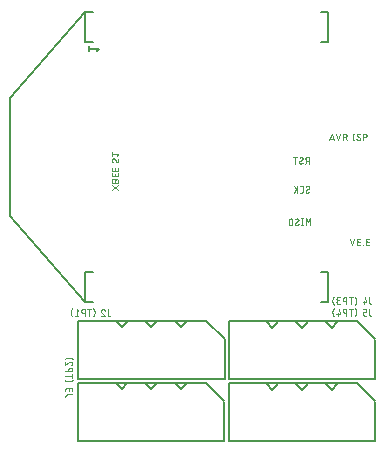
<source format=gbr>
G04 EAGLE Gerber X2 export*
%TF.Part,Single*%
%TF.FileFunction,Legend,Bot,1*%
%TF.FilePolarity,Positive*%
%TF.GenerationSoftware,Autodesk,EAGLE,9.1.3*%
%TF.CreationDate,2018-09-23T19:11:10Z*%
G75*
%MOMM*%
%FSLAX34Y34*%
%LPD*%
%AMOC8*
5,1,8,0,0,1.08239X$1,22.5*%
G01*
%ADD10C,0.050800*%
%ADD11C,0.203200*%


D10*
X309317Y168834D02*
X307765Y168834D01*
X307688Y168836D01*
X307610Y168842D01*
X307534Y168851D01*
X307457Y168865D01*
X307382Y168882D01*
X307308Y168903D01*
X307234Y168928D01*
X307162Y168956D01*
X307092Y168988D01*
X307023Y169023D01*
X306956Y169062D01*
X306891Y169104D01*
X306828Y169149D01*
X306767Y169197D01*
X306709Y169248D01*
X306654Y169302D01*
X306601Y169359D01*
X306552Y169418D01*
X306505Y169480D01*
X306461Y169544D01*
X306421Y169610D01*
X306384Y169678D01*
X306350Y169748D01*
X306320Y169819D01*
X306294Y169892D01*
X306271Y169966D01*
X306252Y170041D01*
X306237Y170116D01*
X306225Y170193D01*
X306217Y170270D01*
X306213Y170347D01*
X306213Y170425D01*
X306217Y170502D01*
X306225Y170579D01*
X306237Y170656D01*
X306252Y170731D01*
X306271Y170806D01*
X306294Y170880D01*
X306320Y170953D01*
X306350Y171024D01*
X306384Y171094D01*
X306421Y171162D01*
X306461Y171228D01*
X306505Y171292D01*
X306552Y171354D01*
X306601Y171413D01*
X306654Y171470D01*
X306709Y171524D01*
X306767Y171575D01*
X306828Y171623D01*
X306891Y171668D01*
X306956Y171710D01*
X307023Y171749D01*
X307092Y171784D01*
X307162Y171816D01*
X307234Y171844D01*
X307308Y171869D01*
X307382Y171890D01*
X307457Y171907D01*
X307534Y171921D01*
X307610Y171930D01*
X307688Y171936D01*
X307765Y171938D01*
X307454Y174422D02*
X309317Y174422D01*
X307454Y174422D02*
X307384Y174420D01*
X307315Y174414D01*
X307246Y174404D01*
X307178Y174391D01*
X307110Y174373D01*
X307044Y174352D01*
X306979Y174327D01*
X306915Y174299D01*
X306853Y174267D01*
X306793Y174232D01*
X306735Y174193D01*
X306680Y174151D01*
X306626Y174106D01*
X306576Y174058D01*
X306528Y174008D01*
X306483Y173954D01*
X306441Y173899D01*
X306402Y173841D01*
X306367Y173781D01*
X306335Y173719D01*
X306307Y173655D01*
X306282Y173590D01*
X306261Y173524D01*
X306243Y173456D01*
X306230Y173388D01*
X306220Y173319D01*
X306214Y173250D01*
X306212Y173180D01*
X306214Y173110D01*
X306220Y173041D01*
X306230Y172972D01*
X306243Y172904D01*
X306261Y172836D01*
X306282Y172770D01*
X306307Y172705D01*
X306335Y172641D01*
X306367Y172579D01*
X306402Y172519D01*
X306441Y172461D01*
X306483Y172406D01*
X306528Y172352D01*
X306576Y172302D01*
X306626Y172254D01*
X306680Y172209D01*
X306735Y172167D01*
X306793Y172128D01*
X306853Y172093D01*
X306915Y172061D01*
X306979Y172033D01*
X307044Y172008D01*
X307110Y171987D01*
X307178Y171969D01*
X307246Y171956D01*
X307315Y171946D01*
X307384Y171940D01*
X307454Y171938D01*
X308696Y171938D01*
X304080Y169144D02*
X304080Y168834D01*
X304080Y169144D02*
X303769Y169144D01*
X303769Y168834D01*
X304080Y168834D01*
X301636Y168834D02*
X300084Y168834D01*
X300007Y168836D01*
X299929Y168842D01*
X299853Y168851D01*
X299776Y168865D01*
X299701Y168882D01*
X299627Y168903D01*
X299553Y168928D01*
X299481Y168956D01*
X299411Y168988D01*
X299342Y169023D01*
X299275Y169062D01*
X299210Y169104D01*
X299147Y169149D01*
X299086Y169197D01*
X299028Y169248D01*
X298973Y169302D01*
X298920Y169359D01*
X298871Y169418D01*
X298824Y169480D01*
X298780Y169544D01*
X298740Y169610D01*
X298703Y169678D01*
X298669Y169748D01*
X298639Y169819D01*
X298613Y169892D01*
X298590Y169966D01*
X298571Y170041D01*
X298556Y170116D01*
X298544Y170193D01*
X298536Y170270D01*
X298532Y170347D01*
X298532Y170425D01*
X298536Y170502D01*
X298544Y170579D01*
X298556Y170656D01*
X298571Y170731D01*
X298590Y170806D01*
X298613Y170880D01*
X298639Y170953D01*
X298669Y171024D01*
X298703Y171094D01*
X298740Y171162D01*
X298780Y171228D01*
X298824Y171292D01*
X298871Y171354D01*
X298920Y171413D01*
X298973Y171470D01*
X299028Y171524D01*
X299086Y171575D01*
X299147Y171623D01*
X299210Y171668D01*
X299275Y171710D01*
X299342Y171749D01*
X299411Y171784D01*
X299481Y171816D01*
X299553Y171844D01*
X299627Y171869D01*
X299701Y171890D01*
X299776Y171907D01*
X299853Y171921D01*
X299929Y171930D01*
X300007Y171936D01*
X300084Y171938D01*
X299774Y174422D02*
X301636Y174422D01*
X299774Y174422D02*
X299704Y174420D01*
X299635Y174414D01*
X299566Y174404D01*
X299498Y174391D01*
X299430Y174373D01*
X299364Y174352D01*
X299299Y174327D01*
X299235Y174299D01*
X299173Y174267D01*
X299113Y174232D01*
X299055Y174193D01*
X299000Y174151D01*
X298946Y174106D01*
X298896Y174058D01*
X298848Y174008D01*
X298803Y173954D01*
X298761Y173899D01*
X298722Y173841D01*
X298687Y173781D01*
X298655Y173719D01*
X298627Y173655D01*
X298602Y173590D01*
X298581Y173524D01*
X298563Y173456D01*
X298550Y173388D01*
X298540Y173319D01*
X298534Y173250D01*
X298532Y173180D01*
X298534Y173110D01*
X298540Y173041D01*
X298550Y172972D01*
X298563Y172904D01*
X298581Y172836D01*
X298602Y172770D01*
X298627Y172705D01*
X298655Y172641D01*
X298687Y172579D01*
X298722Y172519D01*
X298761Y172461D01*
X298803Y172406D01*
X298848Y172352D01*
X298896Y172302D01*
X298946Y172254D01*
X299000Y172209D01*
X299055Y172167D01*
X299113Y172128D01*
X299173Y172093D01*
X299235Y172061D01*
X299299Y172033D01*
X299364Y172008D01*
X299430Y171987D01*
X299498Y171969D01*
X299566Y171956D01*
X299635Y171946D01*
X299704Y171940D01*
X299774Y171938D01*
X301015Y171938D01*
X296460Y174422D02*
X294598Y168834D01*
X292735Y174422D01*
X275463Y257734D02*
X277326Y263322D01*
X279188Y257734D01*
X278723Y259131D02*
X275929Y259131D01*
X280949Y263322D02*
X282812Y257734D01*
X284675Y263322D01*
X286965Y263322D02*
X286965Y257734D01*
X286965Y263322D02*
X288517Y263322D01*
X288594Y263320D01*
X288672Y263314D01*
X288748Y263305D01*
X288825Y263291D01*
X288900Y263274D01*
X288974Y263253D01*
X289048Y263228D01*
X289120Y263200D01*
X289190Y263168D01*
X289259Y263133D01*
X289326Y263094D01*
X289391Y263052D01*
X289454Y263007D01*
X289515Y262959D01*
X289573Y262908D01*
X289628Y262854D01*
X289681Y262797D01*
X289730Y262738D01*
X289777Y262676D01*
X289821Y262612D01*
X289861Y262546D01*
X289898Y262478D01*
X289932Y262408D01*
X289962Y262337D01*
X289988Y262264D01*
X290011Y262190D01*
X290030Y262115D01*
X290045Y262040D01*
X290057Y261963D01*
X290065Y261886D01*
X290069Y261809D01*
X290069Y261731D01*
X290065Y261654D01*
X290057Y261577D01*
X290045Y261500D01*
X290030Y261425D01*
X290011Y261350D01*
X289988Y261276D01*
X289962Y261203D01*
X289932Y261132D01*
X289898Y261062D01*
X289861Y260994D01*
X289821Y260928D01*
X289777Y260864D01*
X289730Y260802D01*
X289681Y260743D01*
X289628Y260686D01*
X289573Y260632D01*
X289515Y260581D01*
X289454Y260533D01*
X289391Y260488D01*
X289326Y260446D01*
X289259Y260407D01*
X289190Y260372D01*
X289120Y260340D01*
X289048Y260312D01*
X288974Y260287D01*
X288900Y260266D01*
X288825Y260249D01*
X288748Y260235D01*
X288672Y260226D01*
X288594Y260220D01*
X288517Y260218D01*
X288517Y260217D02*
X286965Y260217D01*
X288828Y260217D02*
X290070Y257734D01*
X295796Y257734D02*
X295796Y263322D01*
X295176Y257734D02*
X296417Y257734D01*
X296417Y263322D02*
X295176Y263322D01*
X300313Y257734D02*
X300383Y257736D01*
X300452Y257742D01*
X300521Y257752D01*
X300589Y257765D01*
X300657Y257783D01*
X300723Y257804D01*
X300788Y257829D01*
X300852Y257857D01*
X300914Y257889D01*
X300974Y257924D01*
X301032Y257963D01*
X301087Y258005D01*
X301141Y258050D01*
X301191Y258098D01*
X301239Y258148D01*
X301284Y258202D01*
X301326Y258257D01*
X301365Y258315D01*
X301400Y258375D01*
X301432Y258437D01*
X301460Y258501D01*
X301485Y258566D01*
X301506Y258632D01*
X301524Y258700D01*
X301537Y258768D01*
X301547Y258837D01*
X301553Y258906D01*
X301555Y258976D01*
X300313Y257734D02*
X300214Y257736D01*
X300116Y257741D01*
X300018Y257751D01*
X299920Y257764D01*
X299823Y257780D01*
X299726Y257800D01*
X299631Y257824D01*
X299536Y257852D01*
X299442Y257883D01*
X299350Y257917D01*
X299259Y257955D01*
X299169Y257996D01*
X299081Y258041D01*
X298995Y258089D01*
X298911Y258140D01*
X298829Y258194D01*
X298748Y258252D01*
X298670Y258312D01*
X298595Y258375D01*
X298521Y258441D01*
X298451Y258510D01*
X298605Y262080D02*
X298607Y262150D01*
X298613Y262219D01*
X298623Y262288D01*
X298636Y262356D01*
X298654Y262424D01*
X298675Y262490D01*
X298700Y262555D01*
X298728Y262619D01*
X298760Y262681D01*
X298795Y262741D01*
X298834Y262799D01*
X298876Y262854D01*
X298921Y262908D01*
X298969Y262958D01*
X299019Y263006D01*
X299073Y263051D01*
X299128Y263093D01*
X299186Y263132D01*
X299246Y263167D01*
X299308Y263199D01*
X299372Y263227D01*
X299437Y263252D01*
X299503Y263273D01*
X299571Y263291D01*
X299639Y263304D01*
X299708Y263314D01*
X299777Y263320D01*
X299847Y263322D01*
X299847Y263321D02*
X299941Y263319D01*
X300034Y263313D01*
X300127Y263304D01*
X300220Y263291D01*
X300312Y263274D01*
X300403Y263254D01*
X300494Y263229D01*
X300583Y263202D01*
X300671Y263170D01*
X300758Y263135D01*
X300844Y263097D01*
X300927Y263055D01*
X301009Y263010D01*
X301090Y262962D01*
X301168Y262910D01*
X301244Y262855D01*
X299227Y260994D02*
X299168Y261030D01*
X299112Y261070D01*
X299058Y261113D01*
X299006Y261158D01*
X298957Y261207D01*
X298911Y261258D01*
X298868Y261311D01*
X298827Y261367D01*
X298790Y261425D01*
X298755Y261485D01*
X298725Y261546D01*
X298697Y261609D01*
X298673Y261674D01*
X298653Y261740D01*
X298636Y261807D01*
X298623Y261874D01*
X298614Y261942D01*
X298608Y262011D01*
X298606Y262080D01*
X300934Y260062D02*
X300993Y260026D01*
X301049Y259986D01*
X301103Y259943D01*
X301155Y259898D01*
X301204Y259849D01*
X301250Y259798D01*
X301293Y259745D01*
X301334Y259689D01*
X301371Y259631D01*
X301406Y259571D01*
X301436Y259510D01*
X301464Y259447D01*
X301488Y259382D01*
X301508Y259316D01*
X301525Y259249D01*
X301538Y259182D01*
X301547Y259114D01*
X301553Y259045D01*
X301555Y258976D01*
X300934Y260062D02*
X299227Y260993D01*
X304020Y263322D02*
X304020Y257734D01*
X304020Y263322D02*
X305572Y263322D01*
X305649Y263320D01*
X305727Y263314D01*
X305803Y263305D01*
X305880Y263291D01*
X305955Y263274D01*
X306029Y263253D01*
X306103Y263228D01*
X306175Y263200D01*
X306245Y263168D01*
X306314Y263133D01*
X306381Y263094D01*
X306446Y263052D01*
X306509Y263007D01*
X306570Y262959D01*
X306628Y262908D01*
X306683Y262854D01*
X306736Y262797D01*
X306785Y262738D01*
X306832Y262676D01*
X306876Y262612D01*
X306916Y262546D01*
X306953Y262478D01*
X306987Y262408D01*
X307017Y262337D01*
X307043Y262264D01*
X307066Y262190D01*
X307085Y262115D01*
X307100Y262040D01*
X307112Y261963D01*
X307120Y261886D01*
X307124Y261809D01*
X307124Y261731D01*
X307120Y261654D01*
X307112Y261577D01*
X307100Y261500D01*
X307085Y261425D01*
X307066Y261350D01*
X307043Y261276D01*
X307017Y261203D01*
X306987Y261132D01*
X306953Y261062D01*
X306916Y260994D01*
X306876Y260928D01*
X306832Y260864D01*
X306785Y260802D01*
X306736Y260743D01*
X306683Y260686D01*
X306628Y260632D01*
X306570Y260581D01*
X306509Y260533D01*
X306446Y260488D01*
X306381Y260446D01*
X306314Y260407D01*
X306245Y260372D01*
X306175Y260340D01*
X306103Y260312D01*
X306029Y260287D01*
X305955Y260266D01*
X305880Y260249D01*
X305803Y260235D01*
X305727Y260226D01*
X305649Y260220D01*
X305572Y260218D01*
X305572Y260217D02*
X304020Y260217D01*
D11*
X171230Y104741D02*
X62730Y104741D01*
X186730Y88741D02*
X186730Y55741D01*
X149730Y99241D02*
X154730Y104241D01*
X149730Y99241D02*
X144730Y104241D01*
X129730Y104241D02*
X124730Y99241D01*
X119730Y104241D01*
X104730Y104241D02*
X99730Y99241D01*
X94730Y104241D01*
X171230Y104741D02*
X186730Y89241D01*
X186730Y55741D02*
X62730Y55741D01*
X62730Y104741D01*
D10*
X87723Y110335D02*
X87723Y114681D01*
X87723Y110335D02*
X87725Y110265D01*
X87731Y110196D01*
X87741Y110127D01*
X87754Y110059D01*
X87772Y109991D01*
X87793Y109925D01*
X87818Y109860D01*
X87846Y109796D01*
X87878Y109734D01*
X87913Y109674D01*
X87952Y109616D01*
X87994Y109561D01*
X88039Y109507D01*
X88087Y109457D01*
X88137Y109409D01*
X88191Y109364D01*
X88246Y109322D01*
X88304Y109283D01*
X88364Y109248D01*
X88426Y109216D01*
X88490Y109188D01*
X88555Y109163D01*
X88621Y109142D01*
X88689Y109124D01*
X88757Y109111D01*
X88826Y109101D01*
X88895Y109095D01*
X88965Y109093D01*
X89586Y109093D01*
X83474Y114681D02*
X83401Y114679D01*
X83328Y114673D01*
X83255Y114664D01*
X83184Y114650D01*
X83112Y114633D01*
X83042Y114613D01*
X82973Y114588D01*
X82906Y114560D01*
X82840Y114529D01*
X82776Y114494D01*
X82713Y114456D01*
X82653Y114414D01*
X82595Y114370D01*
X82539Y114322D01*
X82486Y114272D01*
X82436Y114219D01*
X82388Y114163D01*
X82344Y114105D01*
X82302Y114045D01*
X82264Y113983D01*
X82229Y113918D01*
X82198Y113852D01*
X82170Y113785D01*
X82145Y113716D01*
X82125Y113646D01*
X82108Y113574D01*
X82094Y113503D01*
X82085Y113430D01*
X82079Y113357D01*
X82077Y113284D01*
X83474Y114681D02*
X83558Y114679D01*
X83641Y114673D01*
X83724Y114664D01*
X83806Y114650D01*
X83888Y114633D01*
X83969Y114611D01*
X84049Y114586D01*
X84127Y114558D01*
X84205Y114526D01*
X84280Y114490D01*
X84354Y114451D01*
X84426Y114408D01*
X84496Y114362D01*
X84563Y114313D01*
X84629Y114260D01*
X84691Y114205D01*
X84751Y114147D01*
X84809Y114086D01*
X84863Y114023D01*
X84915Y113957D01*
X84963Y113889D01*
X85008Y113818D01*
X85050Y113746D01*
X85088Y113671D01*
X85123Y113595D01*
X85154Y113518D01*
X85182Y113439D01*
X82543Y112198D02*
X82489Y112251D01*
X82438Y112308D01*
X82390Y112367D01*
X82345Y112428D01*
X82304Y112491D01*
X82265Y112557D01*
X82230Y112624D01*
X82198Y112693D01*
X82170Y112764D01*
X82146Y112835D01*
X82125Y112908D01*
X82108Y112982D01*
X82094Y113057D01*
X82085Y113132D01*
X82079Y113208D01*
X82077Y113284D01*
X82542Y112197D02*
X85181Y109093D01*
X82077Y109093D01*
X76737Y111887D02*
X76735Y112030D01*
X76729Y112172D01*
X76720Y112314D01*
X76706Y112456D01*
X76689Y112598D01*
X76668Y112739D01*
X76644Y112879D01*
X76615Y113019D01*
X76583Y113158D01*
X76547Y113296D01*
X76507Y113433D01*
X76464Y113569D01*
X76417Y113704D01*
X76366Y113837D01*
X76312Y113969D01*
X76255Y114099D01*
X76194Y114228D01*
X76129Y114356D01*
X76061Y114481D01*
X75990Y114604D01*
X75915Y114726D01*
X75838Y114846D01*
X75757Y114963D01*
X75673Y115078D01*
X75585Y115191D01*
X75495Y115302D01*
X76737Y111887D02*
X76735Y111744D01*
X76729Y111602D01*
X76720Y111460D01*
X76706Y111318D01*
X76689Y111176D01*
X76668Y111035D01*
X76644Y110895D01*
X76615Y110755D01*
X76583Y110616D01*
X76547Y110478D01*
X76507Y110341D01*
X76464Y110205D01*
X76417Y110070D01*
X76366Y109937D01*
X76312Y109805D01*
X76255Y109675D01*
X76194Y109546D01*
X76129Y109418D01*
X76061Y109293D01*
X75990Y109170D01*
X75915Y109048D01*
X75838Y108928D01*
X75757Y108811D01*
X75673Y108696D01*
X75585Y108583D01*
X75495Y108472D01*
X72108Y109093D02*
X72108Y114681D01*
X73660Y114681D02*
X70555Y114681D01*
X68273Y114681D02*
X68273Y109093D01*
X68273Y114681D02*
X66721Y114681D01*
X66644Y114679D01*
X66566Y114673D01*
X66490Y114664D01*
X66413Y114650D01*
X66338Y114633D01*
X66264Y114612D01*
X66190Y114587D01*
X66118Y114559D01*
X66048Y114527D01*
X65979Y114492D01*
X65912Y114453D01*
X65847Y114411D01*
X65784Y114366D01*
X65723Y114318D01*
X65665Y114267D01*
X65610Y114213D01*
X65557Y114156D01*
X65508Y114097D01*
X65461Y114035D01*
X65417Y113971D01*
X65377Y113905D01*
X65340Y113837D01*
X65306Y113767D01*
X65276Y113696D01*
X65250Y113623D01*
X65227Y113549D01*
X65208Y113474D01*
X65193Y113399D01*
X65181Y113322D01*
X65173Y113245D01*
X65169Y113168D01*
X65169Y113090D01*
X65173Y113013D01*
X65181Y112936D01*
X65193Y112859D01*
X65208Y112784D01*
X65227Y112709D01*
X65250Y112635D01*
X65276Y112562D01*
X65306Y112491D01*
X65340Y112421D01*
X65377Y112353D01*
X65417Y112287D01*
X65461Y112223D01*
X65508Y112161D01*
X65557Y112102D01*
X65610Y112045D01*
X65665Y111991D01*
X65723Y111940D01*
X65784Y111892D01*
X65847Y111847D01*
X65912Y111805D01*
X65979Y111766D01*
X66048Y111731D01*
X66118Y111699D01*
X66190Y111671D01*
X66264Y111646D01*
X66338Y111625D01*
X66413Y111608D01*
X66490Y111594D01*
X66566Y111585D01*
X66644Y111579D01*
X66721Y111577D01*
X68273Y111577D01*
X63053Y113439D02*
X61501Y114681D01*
X61501Y109093D01*
X63053Y109093D02*
X59948Y109093D01*
X57747Y108472D02*
X57657Y108583D01*
X57569Y108696D01*
X57485Y108811D01*
X57404Y108928D01*
X57327Y109048D01*
X57252Y109170D01*
X57181Y109293D01*
X57113Y109418D01*
X57048Y109546D01*
X56987Y109675D01*
X56930Y109805D01*
X56876Y109937D01*
X56825Y110070D01*
X56778Y110205D01*
X56735Y110341D01*
X56695Y110478D01*
X56659Y110616D01*
X56627Y110755D01*
X56598Y110895D01*
X56574Y111035D01*
X56553Y111176D01*
X56536Y111318D01*
X56522Y111460D01*
X56513Y111602D01*
X56507Y111744D01*
X56505Y111887D01*
X56507Y112030D01*
X56513Y112172D01*
X56522Y112314D01*
X56536Y112456D01*
X56553Y112598D01*
X56574Y112739D01*
X56598Y112879D01*
X56627Y113019D01*
X56659Y113158D01*
X56695Y113296D01*
X56735Y113433D01*
X56778Y113569D01*
X56825Y113704D01*
X56876Y113837D01*
X56930Y113969D01*
X56987Y114099D01*
X57048Y114228D01*
X57113Y114356D01*
X57181Y114481D01*
X57252Y114604D01*
X57327Y114726D01*
X57404Y114846D01*
X57485Y114963D01*
X57569Y115078D01*
X57657Y115191D01*
X57747Y115302D01*
D11*
X62552Y52290D02*
X171052Y52290D01*
X186552Y36290D02*
X186552Y3290D01*
X149552Y46790D02*
X154552Y51790D01*
X149552Y46790D02*
X144552Y51790D01*
X129552Y51790D02*
X124552Y46790D01*
X119552Y51790D01*
X104552Y51790D02*
X99552Y46790D01*
X94552Y51790D01*
X171052Y52290D02*
X186552Y36790D01*
X186552Y3290D02*
X62552Y3290D01*
X62552Y52290D01*
D10*
X57658Y42442D02*
X53312Y42442D01*
X53242Y42440D01*
X53173Y42434D01*
X53104Y42424D01*
X53036Y42411D01*
X52968Y42393D01*
X52902Y42372D01*
X52837Y42347D01*
X52773Y42319D01*
X52711Y42287D01*
X52651Y42252D01*
X52593Y42213D01*
X52538Y42171D01*
X52484Y42126D01*
X52434Y42078D01*
X52386Y42028D01*
X52341Y41974D01*
X52299Y41919D01*
X52260Y41861D01*
X52225Y41801D01*
X52193Y41739D01*
X52165Y41675D01*
X52140Y41610D01*
X52119Y41544D01*
X52101Y41476D01*
X52088Y41408D01*
X52078Y41339D01*
X52072Y41270D01*
X52070Y41200D01*
X52070Y40579D01*
X52070Y44984D02*
X52070Y46536D01*
X52072Y46613D01*
X52078Y46691D01*
X52087Y46767D01*
X52101Y46844D01*
X52118Y46919D01*
X52139Y46993D01*
X52164Y47067D01*
X52192Y47139D01*
X52224Y47209D01*
X52259Y47278D01*
X52298Y47345D01*
X52340Y47410D01*
X52385Y47473D01*
X52433Y47534D01*
X52484Y47592D01*
X52538Y47647D01*
X52595Y47700D01*
X52654Y47749D01*
X52716Y47796D01*
X52780Y47840D01*
X52846Y47880D01*
X52914Y47917D01*
X52984Y47951D01*
X53055Y47981D01*
X53128Y48007D01*
X53202Y48030D01*
X53277Y48049D01*
X53352Y48064D01*
X53429Y48076D01*
X53506Y48084D01*
X53583Y48088D01*
X53661Y48088D01*
X53738Y48084D01*
X53815Y48076D01*
X53892Y48064D01*
X53967Y48049D01*
X54042Y48030D01*
X54116Y48007D01*
X54189Y47981D01*
X54260Y47951D01*
X54330Y47917D01*
X54398Y47880D01*
X54464Y47840D01*
X54528Y47796D01*
X54590Y47749D01*
X54649Y47700D01*
X54706Y47647D01*
X54760Y47592D01*
X54811Y47534D01*
X54859Y47473D01*
X54904Y47410D01*
X54946Y47345D01*
X54985Y47278D01*
X55020Y47209D01*
X55052Y47139D01*
X55080Y47067D01*
X55105Y46993D01*
X55126Y46919D01*
X55143Y46844D01*
X55157Y46767D01*
X55166Y46691D01*
X55172Y46613D01*
X55174Y46536D01*
X57658Y46847D02*
X57658Y44984D01*
X57658Y46847D02*
X57656Y46917D01*
X57650Y46986D01*
X57640Y47055D01*
X57627Y47123D01*
X57609Y47191D01*
X57588Y47257D01*
X57563Y47322D01*
X57535Y47386D01*
X57503Y47448D01*
X57468Y47508D01*
X57429Y47566D01*
X57387Y47621D01*
X57342Y47675D01*
X57294Y47725D01*
X57244Y47773D01*
X57190Y47818D01*
X57135Y47860D01*
X57077Y47899D01*
X57017Y47934D01*
X56955Y47966D01*
X56891Y47994D01*
X56826Y48019D01*
X56760Y48040D01*
X56692Y48058D01*
X56624Y48071D01*
X56555Y48081D01*
X56486Y48087D01*
X56416Y48089D01*
X56346Y48087D01*
X56277Y48081D01*
X56208Y48071D01*
X56140Y48058D01*
X56072Y48040D01*
X56006Y48019D01*
X55941Y47994D01*
X55877Y47966D01*
X55815Y47934D01*
X55755Y47899D01*
X55697Y47860D01*
X55642Y47818D01*
X55588Y47773D01*
X55538Y47725D01*
X55490Y47675D01*
X55445Y47621D01*
X55403Y47566D01*
X55364Y47508D01*
X55329Y47448D01*
X55297Y47386D01*
X55269Y47322D01*
X55244Y47257D01*
X55223Y47191D01*
X55205Y47123D01*
X55192Y47055D01*
X55182Y46986D01*
X55176Y46917D01*
X55174Y46847D01*
X55174Y45605D01*
X54864Y53428D02*
X55007Y53430D01*
X55149Y53436D01*
X55291Y53445D01*
X55433Y53459D01*
X55575Y53476D01*
X55716Y53497D01*
X55856Y53521D01*
X55996Y53550D01*
X56135Y53582D01*
X56273Y53618D01*
X56410Y53658D01*
X56546Y53701D01*
X56681Y53748D01*
X56814Y53799D01*
X56946Y53853D01*
X57076Y53910D01*
X57205Y53971D01*
X57333Y54036D01*
X57458Y54104D01*
X57581Y54175D01*
X57703Y54250D01*
X57823Y54327D01*
X57940Y54408D01*
X58055Y54492D01*
X58168Y54580D01*
X58279Y54670D01*
X54864Y53428D02*
X54721Y53430D01*
X54579Y53436D01*
X54437Y53445D01*
X54295Y53459D01*
X54153Y53476D01*
X54012Y53497D01*
X53872Y53521D01*
X53732Y53550D01*
X53593Y53582D01*
X53455Y53618D01*
X53318Y53658D01*
X53182Y53701D01*
X53047Y53748D01*
X52914Y53799D01*
X52782Y53853D01*
X52652Y53910D01*
X52523Y53971D01*
X52395Y54036D01*
X52270Y54104D01*
X52147Y54175D01*
X52025Y54250D01*
X51905Y54327D01*
X51788Y54408D01*
X51673Y54492D01*
X51560Y54580D01*
X51449Y54670D01*
X52070Y58058D02*
X57658Y58058D01*
X57658Y59610D02*
X57658Y56505D01*
X57658Y61892D02*
X52070Y61892D01*
X57658Y61892D02*
X57658Y63444D01*
X57656Y63521D01*
X57650Y63599D01*
X57641Y63675D01*
X57627Y63752D01*
X57610Y63827D01*
X57589Y63901D01*
X57564Y63975D01*
X57536Y64047D01*
X57504Y64117D01*
X57469Y64186D01*
X57430Y64253D01*
X57388Y64318D01*
X57343Y64381D01*
X57295Y64442D01*
X57244Y64500D01*
X57190Y64555D01*
X57133Y64608D01*
X57074Y64657D01*
X57012Y64704D01*
X56948Y64748D01*
X56882Y64788D01*
X56814Y64825D01*
X56744Y64859D01*
X56673Y64889D01*
X56600Y64915D01*
X56526Y64938D01*
X56451Y64957D01*
X56376Y64972D01*
X56299Y64984D01*
X56222Y64992D01*
X56145Y64996D01*
X56067Y64996D01*
X55990Y64992D01*
X55913Y64984D01*
X55836Y64972D01*
X55761Y64957D01*
X55686Y64938D01*
X55612Y64915D01*
X55539Y64889D01*
X55468Y64859D01*
X55398Y64825D01*
X55330Y64788D01*
X55264Y64748D01*
X55200Y64704D01*
X55138Y64657D01*
X55079Y64608D01*
X55022Y64555D01*
X54968Y64500D01*
X54917Y64442D01*
X54869Y64381D01*
X54824Y64318D01*
X54782Y64253D01*
X54743Y64186D01*
X54708Y64117D01*
X54676Y64047D01*
X54648Y63975D01*
X54623Y63901D01*
X54602Y63827D01*
X54585Y63752D01*
X54571Y63675D01*
X54562Y63599D01*
X54556Y63521D01*
X54554Y63444D01*
X54554Y61892D01*
X57658Y68820D02*
X57656Y68893D01*
X57650Y68966D01*
X57641Y69039D01*
X57627Y69110D01*
X57610Y69182D01*
X57590Y69252D01*
X57565Y69321D01*
X57537Y69388D01*
X57506Y69454D01*
X57471Y69519D01*
X57433Y69581D01*
X57391Y69641D01*
X57347Y69699D01*
X57299Y69755D01*
X57249Y69808D01*
X57196Y69858D01*
X57140Y69906D01*
X57082Y69950D01*
X57022Y69992D01*
X56960Y70030D01*
X56895Y70065D01*
X56829Y70096D01*
X56762Y70124D01*
X56693Y70149D01*
X56623Y70169D01*
X56551Y70186D01*
X56480Y70200D01*
X56407Y70209D01*
X56334Y70215D01*
X56261Y70217D01*
X57658Y68820D02*
X57656Y68736D01*
X57650Y68653D01*
X57641Y68570D01*
X57627Y68488D01*
X57610Y68406D01*
X57588Y68325D01*
X57563Y68245D01*
X57535Y68167D01*
X57503Y68089D01*
X57467Y68014D01*
X57428Y67940D01*
X57385Y67868D01*
X57339Y67798D01*
X57290Y67731D01*
X57237Y67665D01*
X57182Y67603D01*
X57124Y67543D01*
X57063Y67485D01*
X57000Y67431D01*
X56934Y67379D01*
X56866Y67331D01*
X56795Y67286D01*
X56723Y67244D01*
X56648Y67206D01*
X56572Y67171D01*
X56495Y67140D01*
X56416Y67112D01*
X55175Y69750D02*
X55228Y69804D01*
X55285Y69855D01*
X55344Y69903D01*
X55405Y69948D01*
X55468Y69989D01*
X55534Y70028D01*
X55601Y70063D01*
X55670Y70095D01*
X55741Y70123D01*
X55812Y70147D01*
X55885Y70168D01*
X55959Y70185D01*
X56034Y70199D01*
X56109Y70208D01*
X56185Y70214D01*
X56261Y70216D01*
X55174Y69751D02*
X52070Y67112D01*
X52070Y70217D01*
X51449Y72418D02*
X51560Y72508D01*
X51673Y72596D01*
X51788Y72680D01*
X51905Y72761D01*
X52025Y72838D01*
X52147Y72913D01*
X52270Y72984D01*
X52395Y73052D01*
X52523Y73117D01*
X52652Y73178D01*
X52782Y73235D01*
X52914Y73289D01*
X53047Y73340D01*
X53182Y73387D01*
X53318Y73430D01*
X53455Y73470D01*
X53593Y73506D01*
X53732Y73538D01*
X53872Y73567D01*
X54012Y73591D01*
X54153Y73612D01*
X54295Y73629D01*
X54437Y73643D01*
X54579Y73652D01*
X54721Y73658D01*
X54864Y73660D01*
X55007Y73658D01*
X55149Y73652D01*
X55291Y73643D01*
X55433Y73629D01*
X55575Y73612D01*
X55716Y73591D01*
X55856Y73567D01*
X55996Y73538D01*
X56135Y73506D01*
X56273Y73470D01*
X56410Y73430D01*
X56546Y73387D01*
X56681Y73340D01*
X56814Y73289D01*
X56946Y73235D01*
X57076Y73178D01*
X57205Y73117D01*
X57333Y73052D01*
X57458Y72984D01*
X57581Y72913D01*
X57703Y72838D01*
X57823Y72761D01*
X57940Y72680D01*
X58055Y72596D01*
X58168Y72508D01*
X58279Y72418D01*
D11*
X190314Y104614D02*
X298814Y104614D01*
X314314Y88614D02*
X314314Y55614D01*
X277314Y99114D02*
X282314Y104114D01*
X277314Y99114D02*
X272314Y104114D01*
X257314Y104114D02*
X252314Y99114D01*
X247314Y104114D01*
X232314Y104114D02*
X227314Y99114D01*
X222314Y104114D01*
X298814Y104614D02*
X314314Y89114D01*
X314314Y55614D02*
X190314Y55614D01*
X190314Y104614D01*
D10*
X309287Y120368D02*
X309287Y124714D01*
X309287Y120368D02*
X309289Y120298D01*
X309295Y120229D01*
X309305Y120160D01*
X309318Y120092D01*
X309336Y120024D01*
X309357Y119958D01*
X309382Y119893D01*
X309410Y119829D01*
X309442Y119767D01*
X309477Y119707D01*
X309516Y119649D01*
X309558Y119594D01*
X309603Y119540D01*
X309651Y119490D01*
X309701Y119442D01*
X309755Y119397D01*
X309810Y119355D01*
X309868Y119316D01*
X309928Y119281D01*
X309990Y119249D01*
X310054Y119221D01*
X310119Y119196D01*
X310185Y119175D01*
X310253Y119157D01*
X310321Y119144D01*
X310390Y119134D01*
X310459Y119128D01*
X310529Y119126D01*
X311150Y119126D01*
X306745Y120368D02*
X305504Y124714D01*
X306745Y120368D02*
X303641Y120368D01*
X304572Y121610D02*
X304572Y119126D01*
X298301Y121920D02*
X298299Y122063D01*
X298293Y122205D01*
X298284Y122347D01*
X298270Y122489D01*
X298253Y122631D01*
X298232Y122772D01*
X298208Y122912D01*
X298179Y123052D01*
X298147Y123191D01*
X298111Y123329D01*
X298071Y123466D01*
X298028Y123602D01*
X297981Y123737D01*
X297930Y123870D01*
X297876Y124002D01*
X297819Y124132D01*
X297758Y124261D01*
X297693Y124389D01*
X297625Y124514D01*
X297554Y124637D01*
X297479Y124759D01*
X297402Y124879D01*
X297321Y124996D01*
X297237Y125111D01*
X297149Y125224D01*
X297059Y125335D01*
X298301Y121920D02*
X298299Y121777D01*
X298293Y121635D01*
X298284Y121493D01*
X298270Y121351D01*
X298253Y121209D01*
X298232Y121068D01*
X298208Y120928D01*
X298179Y120788D01*
X298147Y120649D01*
X298111Y120511D01*
X298071Y120374D01*
X298028Y120238D01*
X297981Y120103D01*
X297930Y119970D01*
X297876Y119838D01*
X297819Y119708D01*
X297758Y119579D01*
X297693Y119451D01*
X297625Y119326D01*
X297554Y119203D01*
X297479Y119081D01*
X297402Y118961D01*
X297321Y118844D01*
X297237Y118729D01*
X297149Y118616D01*
X297059Y118505D01*
X293672Y119126D02*
X293672Y124714D01*
X295224Y124714D02*
X292120Y124714D01*
X289838Y124714D02*
X289838Y119126D01*
X289838Y124714D02*
X288285Y124714D01*
X288208Y124712D01*
X288130Y124706D01*
X288054Y124697D01*
X287977Y124683D01*
X287902Y124666D01*
X287828Y124645D01*
X287754Y124620D01*
X287682Y124592D01*
X287612Y124560D01*
X287543Y124525D01*
X287476Y124486D01*
X287411Y124444D01*
X287348Y124399D01*
X287287Y124351D01*
X287229Y124300D01*
X287174Y124246D01*
X287121Y124189D01*
X287072Y124130D01*
X287025Y124068D01*
X286981Y124004D01*
X286941Y123938D01*
X286904Y123870D01*
X286870Y123800D01*
X286840Y123729D01*
X286814Y123656D01*
X286791Y123582D01*
X286772Y123507D01*
X286757Y123432D01*
X286745Y123355D01*
X286737Y123278D01*
X286733Y123201D01*
X286733Y123123D01*
X286737Y123046D01*
X286745Y122969D01*
X286757Y122892D01*
X286772Y122817D01*
X286791Y122742D01*
X286814Y122668D01*
X286840Y122595D01*
X286870Y122524D01*
X286904Y122454D01*
X286941Y122386D01*
X286981Y122320D01*
X287025Y122256D01*
X287072Y122194D01*
X287121Y122135D01*
X287174Y122078D01*
X287229Y122024D01*
X287287Y121973D01*
X287348Y121925D01*
X287411Y121880D01*
X287476Y121838D01*
X287543Y121799D01*
X287612Y121764D01*
X287682Y121732D01*
X287754Y121704D01*
X287828Y121679D01*
X287902Y121658D01*
X287977Y121641D01*
X288054Y121627D01*
X288130Y121618D01*
X288208Y121612D01*
X288285Y121610D01*
X289838Y121610D01*
X284617Y119126D02*
X283065Y119126D01*
X282988Y119128D01*
X282910Y119134D01*
X282834Y119143D01*
X282757Y119157D01*
X282682Y119174D01*
X282608Y119195D01*
X282534Y119220D01*
X282462Y119248D01*
X282392Y119280D01*
X282323Y119315D01*
X282256Y119354D01*
X282191Y119396D01*
X282128Y119441D01*
X282067Y119489D01*
X282009Y119540D01*
X281954Y119594D01*
X281901Y119651D01*
X281852Y119710D01*
X281805Y119772D01*
X281761Y119836D01*
X281721Y119902D01*
X281684Y119970D01*
X281650Y120040D01*
X281620Y120111D01*
X281594Y120184D01*
X281571Y120258D01*
X281552Y120333D01*
X281537Y120408D01*
X281525Y120485D01*
X281517Y120562D01*
X281513Y120639D01*
X281513Y120717D01*
X281517Y120794D01*
X281525Y120871D01*
X281537Y120948D01*
X281552Y121023D01*
X281571Y121098D01*
X281594Y121172D01*
X281620Y121245D01*
X281650Y121316D01*
X281684Y121386D01*
X281721Y121454D01*
X281761Y121520D01*
X281805Y121584D01*
X281852Y121646D01*
X281901Y121705D01*
X281954Y121762D01*
X282009Y121816D01*
X282067Y121867D01*
X282128Y121915D01*
X282191Y121960D01*
X282256Y122002D01*
X282323Y122041D01*
X282392Y122076D01*
X282462Y122108D01*
X282534Y122136D01*
X282608Y122161D01*
X282682Y122182D01*
X282757Y122199D01*
X282834Y122213D01*
X282910Y122222D01*
X282988Y122228D01*
X283065Y122230D01*
X282754Y124714D02*
X284617Y124714D01*
X282754Y124714D02*
X282684Y124712D01*
X282615Y124706D01*
X282546Y124696D01*
X282478Y124683D01*
X282410Y124665D01*
X282344Y124644D01*
X282279Y124619D01*
X282215Y124591D01*
X282153Y124559D01*
X282093Y124524D01*
X282035Y124485D01*
X281980Y124443D01*
X281926Y124398D01*
X281876Y124350D01*
X281828Y124300D01*
X281783Y124246D01*
X281741Y124191D01*
X281702Y124133D01*
X281667Y124073D01*
X281635Y124011D01*
X281607Y123947D01*
X281582Y123882D01*
X281561Y123816D01*
X281543Y123748D01*
X281530Y123680D01*
X281520Y123611D01*
X281514Y123542D01*
X281512Y123472D01*
X281514Y123402D01*
X281520Y123333D01*
X281530Y123264D01*
X281543Y123196D01*
X281561Y123128D01*
X281582Y123062D01*
X281607Y122997D01*
X281635Y122933D01*
X281667Y122871D01*
X281702Y122811D01*
X281741Y122753D01*
X281783Y122698D01*
X281828Y122644D01*
X281876Y122594D01*
X281926Y122546D01*
X281980Y122501D01*
X282035Y122459D01*
X282093Y122420D01*
X282153Y122385D01*
X282215Y122353D01*
X282279Y122325D01*
X282344Y122300D01*
X282410Y122279D01*
X282478Y122261D01*
X282546Y122248D01*
X282615Y122238D01*
X282684Y122232D01*
X282754Y122230D01*
X283996Y122230D01*
X278070Y121920D02*
X278072Y121777D01*
X278078Y121635D01*
X278087Y121493D01*
X278101Y121351D01*
X278118Y121209D01*
X278139Y121068D01*
X278163Y120928D01*
X278192Y120788D01*
X278224Y120649D01*
X278260Y120511D01*
X278300Y120374D01*
X278343Y120238D01*
X278390Y120103D01*
X278441Y119970D01*
X278495Y119838D01*
X278552Y119708D01*
X278613Y119579D01*
X278678Y119451D01*
X278746Y119326D01*
X278817Y119203D01*
X278892Y119081D01*
X278969Y118961D01*
X279050Y118844D01*
X279134Y118729D01*
X279222Y118616D01*
X279312Y118505D01*
X278070Y121920D02*
X278072Y122063D01*
X278078Y122205D01*
X278087Y122347D01*
X278101Y122489D01*
X278118Y122631D01*
X278139Y122772D01*
X278163Y122912D01*
X278192Y123052D01*
X278224Y123191D01*
X278260Y123329D01*
X278300Y123466D01*
X278343Y123602D01*
X278390Y123737D01*
X278441Y123870D01*
X278495Y124002D01*
X278552Y124132D01*
X278613Y124261D01*
X278678Y124389D01*
X278746Y124514D01*
X278817Y124637D01*
X278892Y124759D01*
X278969Y124879D01*
X279050Y124996D01*
X279134Y125111D01*
X279222Y125224D01*
X279312Y125335D01*
D11*
X298814Y52036D02*
X190314Y52036D01*
X314314Y36036D02*
X314314Y3036D01*
X277314Y46536D02*
X282314Y51536D01*
X277314Y46536D02*
X272314Y51536D01*
X257314Y51536D02*
X252314Y46536D01*
X247314Y51536D01*
X232314Y51536D02*
X227314Y46536D01*
X222314Y51536D01*
X298814Y52036D02*
X314314Y36536D01*
X314314Y3036D02*
X190314Y3036D01*
X190314Y52036D01*
D10*
X309287Y110462D02*
X309287Y114808D01*
X309287Y110462D02*
X309289Y110392D01*
X309295Y110323D01*
X309305Y110254D01*
X309318Y110186D01*
X309336Y110118D01*
X309357Y110052D01*
X309382Y109987D01*
X309410Y109923D01*
X309442Y109861D01*
X309477Y109801D01*
X309516Y109743D01*
X309558Y109688D01*
X309603Y109634D01*
X309651Y109584D01*
X309701Y109536D01*
X309755Y109491D01*
X309810Y109449D01*
X309868Y109410D01*
X309928Y109375D01*
X309990Y109343D01*
X310054Y109315D01*
X310119Y109290D01*
X310185Y109269D01*
X310253Y109251D01*
X310321Y109238D01*
X310390Y109228D01*
X310459Y109222D01*
X310529Y109220D01*
X311150Y109220D01*
X306745Y109220D02*
X304883Y109220D01*
X304813Y109222D01*
X304744Y109228D01*
X304675Y109238D01*
X304607Y109251D01*
X304539Y109269D01*
X304473Y109290D01*
X304408Y109315D01*
X304344Y109343D01*
X304282Y109375D01*
X304222Y109410D01*
X304164Y109449D01*
X304109Y109491D01*
X304055Y109536D01*
X304005Y109584D01*
X303957Y109634D01*
X303912Y109688D01*
X303870Y109743D01*
X303831Y109801D01*
X303796Y109861D01*
X303764Y109923D01*
X303736Y109987D01*
X303711Y110052D01*
X303690Y110118D01*
X303672Y110186D01*
X303659Y110254D01*
X303649Y110323D01*
X303643Y110392D01*
X303641Y110462D01*
X303641Y111083D01*
X303643Y111153D01*
X303649Y111222D01*
X303659Y111291D01*
X303672Y111359D01*
X303690Y111427D01*
X303711Y111493D01*
X303736Y111558D01*
X303764Y111622D01*
X303796Y111684D01*
X303831Y111744D01*
X303870Y111802D01*
X303912Y111857D01*
X303957Y111911D01*
X304005Y111961D01*
X304055Y112009D01*
X304109Y112054D01*
X304164Y112096D01*
X304222Y112135D01*
X304282Y112170D01*
X304344Y112202D01*
X304408Y112230D01*
X304473Y112255D01*
X304539Y112276D01*
X304607Y112294D01*
X304675Y112307D01*
X304744Y112317D01*
X304813Y112323D01*
X304883Y112325D01*
X304883Y112324D02*
X306745Y112324D01*
X306745Y114808D01*
X303641Y114808D01*
X298301Y112014D02*
X298299Y112157D01*
X298293Y112299D01*
X298284Y112441D01*
X298270Y112583D01*
X298253Y112725D01*
X298232Y112866D01*
X298208Y113006D01*
X298179Y113146D01*
X298147Y113285D01*
X298111Y113423D01*
X298071Y113560D01*
X298028Y113696D01*
X297981Y113831D01*
X297930Y113964D01*
X297876Y114096D01*
X297819Y114226D01*
X297758Y114355D01*
X297693Y114483D01*
X297625Y114608D01*
X297554Y114731D01*
X297479Y114853D01*
X297402Y114973D01*
X297321Y115090D01*
X297237Y115205D01*
X297149Y115318D01*
X297059Y115429D01*
X298301Y112014D02*
X298299Y111871D01*
X298293Y111729D01*
X298284Y111587D01*
X298270Y111445D01*
X298253Y111303D01*
X298232Y111162D01*
X298208Y111022D01*
X298179Y110882D01*
X298147Y110743D01*
X298111Y110605D01*
X298071Y110468D01*
X298028Y110332D01*
X297981Y110197D01*
X297930Y110064D01*
X297876Y109932D01*
X297819Y109802D01*
X297758Y109673D01*
X297693Y109545D01*
X297625Y109420D01*
X297554Y109297D01*
X297479Y109175D01*
X297402Y109055D01*
X297321Y108938D01*
X297237Y108823D01*
X297149Y108710D01*
X297059Y108599D01*
X293672Y109220D02*
X293672Y114808D01*
X295224Y114808D02*
X292120Y114808D01*
X289838Y114808D02*
X289838Y109220D01*
X289838Y114808D02*
X288285Y114808D01*
X288208Y114806D01*
X288130Y114800D01*
X288054Y114791D01*
X287977Y114777D01*
X287902Y114760D01*
X287828Y114739D01*
X287754Y114714D01*
X287682Y114686D01*
X287612Y114654D01*
X287543Y114619D01*
X287476Y114580D01*
X287411Y114538D01*
X287348Y114493D01*
X287287Y114445D01*
X287229Y114394D01*
X287174Y114340D01*
X287121Y114283D01*
X287072Y114224D01*
X287025Y114162D01*
X286981Y114098D01*
X286941Y114032D01*
X286904Y113964D01*
X286870Y113894D01*
X286840Y113823D01*
X286814Y113750D01*
X286791Y113676D01*
X286772Y113601D01*
X286757Y113526D01*
X286745Y113449D01*
X286737Y113372D01*
X286733Y113295D01*
X286733Y113217D01*
X286737Y113140D01*
X286745Y113063D01*
X286757Y112986D01*
X286772Y112911D01*
X286791Y112836D01*
X286814Y112762D01*
X286840Y112689D01*
X286870Y112618D01*
X286904Y112548D01*
X286941Y112480D01*
X286981Y112414D01*
X287025Y112350D01*
X287072Y112288D01*
X287121Y112229D01*
X287174Y112172D01*
X287229Y112118D01*
X287287Y112067D01*
X287348Y112019D01*
X287411Y111974D01*
X287476Y111932D01*
X287543Y111893D01*
X287612Y111858D01*
X287682Y111826D01*
X287754Y111798D01*
X287828Y111773D01*
X287902Y111752D01*
X287977Y111735D01*
X288054Y111721D01*
X288130Y111712D01*
X288208Y111706D01*
X288285Y111704D01*
X289838Y111704D01*
X284617Y110462D02*
X283375Y114808D01*
X284617Y110462D02*
X281513Y110462D01*
X282444Y111704D02*
X282444Y109220D01*
X279312Y108599D02*
X279222Y108710D01*
X279134Y108823D01*
X279050Y108938D01*
X278969Y109055D01*
X278892Y109175D01*
X278817Y109297D01*
X278746Y109420D01*
X278678Y109545D01*
X278613Y109673D01*
X278552Y109802D01*
X278495Y109932D01*
X278441Y110064D01*
X278390Y110197D01*
X278343Y110332D01*
X278300Y110468D01*
X278260Y110605D01*
X278224Y110743D01*
X278192Y110882D01*
X278163Y111022D01*
X278139Y111162D01*
X278118Y111303D01*
X278101Y111445D01*
X278087Y111587D01*
X278078Y111729D01*
X278072Y111871D01*
X278070Y112014D01*
X278072Y112157D01*
X278078Y112299D01*
X278087Y112441D01*
X278101Y112583D01*
X278118Y112725D01*
X278139Y112866D01*
X278163Y113006D01*
X278192Y113146D01*
X278224Y113285D01*
X278260Y113423D01*
X278300Y113560D01*
X278343Y113696D01*
X278390Y113831D01*
X278441Y113964D01*
X278495Y114096D01*
X278552Y114226D01*
X278613Y114355D01*
X278678Y114483D01*
X278746Y114608D01*
X278817Y114731D01*
X278892Y114853D01*
X278969Y114973D01*
X279050Y115090D01*
X279134Y115205D01*
X279222Y115318D01*
X279312Y115429D01*
D11*
X5432Y193586D02*
X5432Y293586D01*
X68932Y366086D01*
X5432Y193586D02*
X68932Y121086D01*
X268432Y366086D02*
X273932Y366086D01*
X273932Y341086D01*
X268432Y341086D01*
X75432Y341086D02*
X68932Y341086D01*
X68932Y366086D01*
X75432Y366086D01*
X268432Y146086D02*
X273932Y146086D01*
X273932Y121086D01*
X268432Y121086D01*
X75432Y121086D02*
X68932Y121086D01*
X68932Y146086D01*
X75432Y146086D01*
X78610Y333055D02*
X80416Y335312D01*
X72288Y335312D01*
X72288Y333055D02*
X72288Y337570D01*
D10*
X96868Y219431D02*
X91280Y215706D01*
X91280Y219431D02*
X96868Y215706D01*
X94384Y221769D02*
X94384Y223321D01*
X94382Y223398D01*
X94376Y223476D01*
X94367Y223552D01*
X94353Y223629D01*
X94336Y223704D01*
X94315Y223778D01*
X94290Y223852D01*
X94262Y223924D01*
X94230Y223994D01*
X94195Y224063D01*
X94156Y224130D01*
X94114Y224195D01*
X94069Y224258D01*
X94021Y224319D01*
X93970Y224377D01*
X93916Y224432D01*
X93859Y224485D01*
X93800Y224534D01*
X93738Y224581D01*
X93674Y224625D01*
X93608Y224665D01*
X93540Y224702D01*
X93470Y224736D01*
X93399Y224766D01*
X93326Y224792D01*
X93252Y224815D01*
X93177Y224834D01*
X93102Y224849D01*
X93025Y224861D01*
X92948Y224869D01*
X92871Y224873D01*
X92793Y224873D01*
X92716Y224869D01*
X92639Y224861D01*
X92562Y224849D01*
X92487Y224834D01*
X92412Y224815D01*
X92338Y224792D01*
X92265Y224766D01*
X92194Y224736D01*
X92124Y224702D01*
X92056Y224665D01*
X91990Y224625D01*
X91926Y224581D01*
X91864Y224534D01*
X91805Y224485D01*
X91748Y224432D01*
X91694Y224377D01*
X91643Y224319D01*
X91595Y224258D01*
X91550Y224195D01*
X91508Y224130D01*
X91469Y224063D01*
X91434Y223994D01*
X91402Y223924D01*
X91374Y223852D01*
X91349Y223778D01*
X91328Y223704D01*
X91311Y223629D01*
X91297Y223552D01*
X91288Y223476D01*
X91282Y223398D01*
X91280Y223321D01*
X91280Y221769D01*
X96868Y221769D01*
X96868Y223321D01*
X96866Y223391D01*
X96860Y223460D01*
X96850Y223529D01*
X96837Y223597D01*
X96819Y223665D01*
X96798Y223731D01*
X96773Y223796D01*
X96745Y223860D01*
X96713Y223922D01*
X96678Y223982D01*
X96639Y224040D01*
X96597Y224095D01*
X96552Y224149D01*
X96504Y224199D01*
X96454Y224247D01*
X96400Y224292D01*
X96345Y224334D01*
X96287Y224373D01*
X96227Y224408D01*
X96165Y224440D01*
X96101Y224468D01*
X96036Y224493D01*
X95970Y224514D01*
X95902Y224532D01*
X95834Y224545D01*
X95765Y224555D01*
X95696Y224561D01*
X95626Y224563D01*
X95556Y224561D01*
X95487Y224555D01*
X95418Y224545D01*
X95350Y224532D01*
X95282Y224514D01*
X95216Y224493D01*
X95151Y224468D01*
X95087Y224440D01*
X95025Y224408D01*
X94965Y224373D01*
X94907Y224334D01*
X94852Y224292D01*
X94798Y224247D01*
X94748Y224199D01*
X94700Y224149D01*
X94655Y224095D01*
X94613Y224040D01*
X94574Y223982D01*
X94539Y223922D01*
X94507Y223860D01*
X94479Y223796D01*
X94454Y223731D01*
X94433Y223665D01*
X94415Y223597D01*
X94402Y223529D01*
X94392Y223460D01*
X94386Y223391D01*
X94384Y223321D01*
X91280Y227183D02*
X91280Y229667D01*
X91280Y227183D02*
X96868Y227183D01*
X96868Y229667D01*
X94384Y229046D02*
X94384Y227183D01*
X91280Y231938D02*
X91280Y234422D01*
X91280Y231938D02*
X96868Y231938D01*
X96868Y234422D01*
X94384Y233801D02*
X94384Y231938D01*
X91280Y241105D02*
X91282Y241175D01*
X91288Y241244D01*
X91298Y241313D01*
X91311Y241381D01*
X91329Y241449D01*
X91350Y241515D01*
X91375Y241580D01*
X91403Y241644D01*
X91435Y241706D01*
X91470Y241766D01*
X91509Y241824D01*
X91551Y241879D01*
X91596Y241933D01*
X91644Y241983D01*
X91694Y242031D01*
X91748Y242076D01*
X91803Y242118D01*
X91861Y242157D01*
X91921Y242192D01*
X91983Y242224D01*
X92047Y242252D01*
X92112Y242277D01*
X92178Y242298D01*
X92246Y242316D01*
X92314Y242329D01*
X92383Y242339D01*
X92452Y242345D01*
X92522Y242347D01*
X91280Y241105D02*
X91282Y241006D01*
X91287Y240908D01*
X91297Y240810D01*
X91310Y240712D01*
X91326Y240615D01*
X91346Y240518D01*
X91370Y240423D01*
X91398Y240328D01*
X91429Y240234D01*
X91463Y240142D01*
X91501Y240051D01*
X91542Y239961D01*
X91587Y239873D01*
X91635Y239787D01*
X91686Y239703D01*
X91740Y239621D01*
X91798Y239540D01*
X91858Y239462D01*
X91921Y239387D01*
X91987Y239313D01*
X92056Y239243D01*
X95626Y239397D02*
X95696Y239399D01*
X95765Y239405D01*
X95834Y239415D01*
X95902Y239428D01*
X95970Y239446D01*
X96036Y239467D01*
X96101Y239492D01*
X96165Y239520D01*
X96227Y239552D01*
X96287Y239587D01*
X96345Y239626D01*
X96400Y239668D01*
X96454Y239713D01*
X96504Y239761D01*
X96552Y239811D01*
X96597Y239865D01*
X96639Y239920D01*
X96678Y239978D01*
X96713Y240038D01*
X96745Y240100D01*
X96773Y240164D01*
X96798Y240229D01*
X96819Y240295D01*
X96837Y240363D01*
X96850Y240431D01*
X96860Y240500D01*
X96866Y240569D01*
X96868Y240639D01*
X96866Y240733D01*
X96860Y240826D01*
X96851Y240919D01*
X96838Y241012D01*
X96821Y241104D01*
X96801Y241195D01*
X96776Y241286D01*
X96749Y241375D01*
X96717Y241463D01*
X96682Y241550D01*
X96644Y241636D01*
X96602Y241719D01*
X96557Y241801D01*
X96509Y241882D01*
X96457Y241960D01*
X96402Y242036D01*
X94540Y240019D02*
X94576Y239960D01*
X94616Y239904D01*
X94659Y239850D01*
X94704Y239798D01*
X94753Y239749D01*
X94804Y239703D01*
X94857Y239660D01*
X94913Y239619D01*
X94971Y239582D01*
X95031Y239547D01*
X95092Y239517D01*
X95155Y239489D01*
X95220Y239465D01*
X95286Y239445D01*
X95353Y239428D01*
X95420Y239415D01*
X95488Y239406D01*
X95557Y239400D01*
X95626Y239398D01*
X93608Y241725D02*
X93572Y241784D01*
X93532Y241840D01*
X93489Y241894D01*
X93444Y241946D01*
X93395Y241995D01*
X93344Y242041D01*
X93291Y242084D01*
X93235Y242125D01*
X93177Y242162D01*
X93117Y242197D01*
X93056Y242227D01*
X92993Y242255D01*
X92928Y242279D01*
X92862Y242299D01*
X92795Y242316D01*
X92728Y242329D01*
X92660Y242338D01*
X92591Y242344D01*
X92522Y242346D01*
X93608Y241726D02*
X94540Y240018D01*
X95626Y244546D02*
X96868Y246098D01*
X91280Y246098D01*
X91280Y244546D02*
X91280Y247650D01*
X258293Y243510D02*
X258293Y237922D01*
X258293Y243510D02*
X256740Y243510D01*
X256663Y243508D01*
X256585Y243502D01*
X256509Y243493D01*
X256432Y243479D01*
X256357Y243462D01*
X256283Y243441D01*
X256209Y243416D01*
X256137Y243388D01*
X256067Y243356D01*
X255998Y243321D01*
X255931Y243282D01*
X255866Y243240D01*
X255803Y243195D01*
X255742Y243147D01*
X255684Y243096D01*
X255629Y243042D01*
X255576Y242985D01*
X255527Y242926D01*
X255480Y242864D01*
X255436Y242800D01*
X255396Y242734D01*
X255359Y242666D01*
X255325Y242596D01*
X255295Y242525D01*
X255269Y242452D01*
X255246Y242378D01*
X255227Y242303D01*
X255212Y242228D01*
X255200Y242151D01*
X255192Y242074D01*
X255188Y241997D01*
X255188Y241919D01*
X255192Y241842D01*
X255200Y241765D01*
X255212Y241688D01*
X255227Y241613D01*
X255246Y241538D01*
X255269Y241464D01*
X255295Y241391D01*
X255325Y241320D01*
X255359Y241250D01*
X255396Y241182D01*
X255436Y241116D01*
X255480Y241052D01*
X255527Y240990D01*
X255576Y240931D01*
X255629Y240874D01*
X255684Y240820D01*
X255742Y240769D01*
X255803Y240721D01*
X255866Y240676D01*
X255931Y240634D01*
X255998Y240595D01*
X256067Y240560D01*
X256137Y240528D01*
X256209Y240500D01*
X256283Y240475D01*
X256357Y240454D01*
X256432Y240437D01*
X256509Y240423D01*
X256585Y240414D01*
X256663Y240408D01*
X256740Y240406D01*
X256740Y240405D02*
X258293Y240405D01*
X256430Y240405D02*
X255188Y237922D01*
X251163Y237922D02*
X251093Y237924D01*
X251024Y237930D01*
X250955Y237940D01*
X250887Y237953D01*
X250819Y237971D01*
X250753Y237992D01*
X250688Y238017D01*
X250624Y238045D01*
X250562Y238077D01*
X250502Y238112D01*
X250444Y238151D01*
X250389Y238193D01*
X250335Y238238D01*
X250285Y238286D01*
X250237Y238336D01*
X250192Y238390D01*
X250150Y238445D01*
X250111Y238503D01*
X250076Y238563D01*
X250044Y238625D01*
X250016Y238689D01*
X249991Y238754D01*
X249970Y238820D01*
X249952Y238888D01*
X249939Y238956D01*
X249929Y239025D01*
X249923Y239094D01*
X249921Y239164D01*
X251162Y237922D02*
X251261Y237924D01*
X251359Y237929D01*
X251457Y237939D01*
X251555Y237952D01*
X251652Y237968D01*
X251749Y237988D01*
X251844Y238012D01*
X251939Y238040D01*
X252033Y238071D01*
X252125Y238105D01*
X252216Y238143D01*
X252306Y238184D01*
X252394Y238229D01*
X252480Y238277D01*
X252564Y238328D01*
X252646Y238382D01*
X252727Y238440D01*
X252805Y238500D01*
X252880Y238563D01*
X252954Y238629D01*
X253024Y238698D01*
X252870Y242268D02*
X252868Y242338D01*
X252862Y242407D01*
X252852Y242476D01*
X252839Y242544D01*
X252821Y242612D01*
X252800Y242678D01*
X252775Y242743D01*
X252747Y242807D01*
X252715Y242869D01*
X252680Y242929D01*
X252641Y242987D01*
X252599Y243042D01*
X252554Y243096D01*
X252506Y243146D01*
X252456Y243194D01*
X252402Y243239D01*
X252347Y243281D01*
X252289Y243320D01*
X252229Y243355D01*
X252167Y243387D01*
X252103Y243415D01*
X252038Y243440D01*
X251972Y243461D01*
X251904Y243479D01*
X251836Y243492D01*
X251767Y243502D01*
X251698Y243508D01*
X251628Y243510D01*
X251534Y243508D01*
X251441Y243502D01*
X251348Y243493D01*
X251255Y243480D01*
X251163Y243463D01*
X251072Y243443D01*
X250981Y243418D01*
X250892Y243391D01*
X250804Y243359D01*
X250717Y243324D01*
X250631Y243286D01*
X250548Y243244D01*
X250465Y243199D01*
X250385Y243151D01*
X250307Y243099D01*
X250231Y243044D01*
X252249Y241182D02*
X252308Y241218D01*
X252364Y241258D01*
X252418Y241301D01*
X252470Y241346D01*
X252519Y241395D01*
X252565Y241446D01*
X252608Y241499D01*
X252649Y241555D01*
X252686Y241613D01*
X252721Y241673D01*
X252751Y241734D01*
X252779Y241797D01*
X252803Y241862D01*
X252823Y241928D01*
X252840Y241995D01*
X252853Y242062D01*
X252862Y242130D01*
X252868Y242199D01*
X252870Y242268D01*
X250542Y240250D02*
X250483Y240214D01*
X250427Y240174D01*
X250373Y240131D01*
X250321Y240086D01*
X250272Y240037D01*
X250226Y239986D01*
X250183Y239933D01*
X250142Y239877D01*
X250105Y239819D01*
X250070Y239760D01*
X250040Y239698D01*
X250012Y239635D01*
X249988Y239570D01*
X249968Y239504D01*
X249951Y239437D01*
X249938Y239370D01*
X249929Y239302D01*
X249923Y239233D01*
X249921Y239164D01*
X250542Y240250D02*
X252249Y241181D01*
X246535Y243510D02*
X246535Y237922D01*
X248087Y243510D02*
X244983Y243510D01*
X255378Y214526D02*
X255380Y214456D01*
X255386Y214387D01*
X255396Y214318D01*
X255409Y214250D01*
X255427Y214182D01*
X255448Y214116D01*
X255473Y214051D01*
X255501Y213987D01*
X255533Y213925D01*
X255568Y213865D01*
X255607Y213807D01*
X255649Y213752D01*
X255694Y213698D01*
X255742Y213648D01*
X255792Y213600D01*
X255846Y213555D01*
X255901Y213513D01*
X255959Y213474D01*
X256019Y213439D01*
X256081Y213407D01*
X256145Y213379D01*
X256210Y213354D01*
X256276Y213333D01*
X256344Y213315D01*
X256412Y213302D01*
X256481Y213292D01*
X256550Y213286D01*
X256620Y213284D01*
X256719Y213286D01*
X256817Y213291D01*
X256915Y213301D01*
X257013Y213314D01*
X257110Y213330D01*
X257207Y213350D01*
X257302Y213374D01*
X257397Y213402D01*
X257491Y213433D01*
X257583Y213467D01*
X257674Y213505D01*
X257764Y213546D01*
X257852Y213591D01*
X257938Y213639D01*
X258022Y213690D01*
X258104Y213744D01*
X258185Y213802D01*
X258263Y213862D01*
X258338Y213925D01*
X258412Y213991D01*
X258482Y214060D01*
X258328Y217630D02*
X258326Y217700D01*
X258320Y217769D01*
X258310Y217838D01*
X258297Y217906D01*
X258279Y217974D01*
X258258Y218040D01*
X258233Y218105D01*
X258205Y218169D01*
X258173Y218231D01*
X258138Y218291D01*
X258099Y218349D01*
X258057Y218404D01*
X258012Y218458D01*
X257964Y218508D01*
X257914Y218556D01*
X257860Y218601D01*
X257805Y218643D01*
X257747Y218682D01*
X257687Y218717D01*
X257625Y218749D01*
X257561Y218777D01*
X257496Y218802D01*
X257430Y218823D01*
X257362Y218841D01*
X257294Y218854D01*
X257225Y218864D01*
X257156Y218870D01*
X257086Y218872D01*
X256992Y218870D01*
X256899Y218864D01*
X256806Y218855D01*
X256713Y218842D01*
X256621Y218825D01*
X256530Y218805D01*
X256439Y218780D01*
X256350Y218753D01*
X256262Y218721D01*
X256175Y218686D01*
X256089Y218648D01*
X256006Y218606D01*
X255923Y218561D01*
X255843Y218513D01*
X255765Y218461D01*
X255689Y218406D01*
X257706Y216544D02*
X257765Y216580D01*
X257821Y216620D01*
X257875Y216663D01*
X257927Y216708D01*
X257976Y216757D01*
X258022Y216808D01*
X258065Y216861D01*
X258106Y216917D01*
X258143Y216975D01*
X258178Y217035D01*
X258208Y217096D01*
X258236Y217159D01*
X258260Y217224D01*
X258280Y217290D01*
X258297Y217357D01*
X258310Y217424D01*
X258319Y217492D01*
X258325Y217561D01*
X258327Y217630D01*
X255999Y215612D02*
X255940Y215576D01*
X255884Y215536D01*
X255830Y215493D01*
X255778Y215448D01*
X255729Y215399D01*
X255683Y215348D01*
X255640Y215295D01*
X255599Y215239D01*
X255562Y215181D01*
X255527Y215122D01*
X255497Y215060D01*
X255469Y214997D01*
X255445Y214932D01*
X255425Y214866D01*
X255408Y214799D01*
X255395Y214732D01*
X255386Y214664D01*
X255380Y214595D01*
X255378Y214526D01*
X255999Y215612D02*
X257707Y216543D01*
X251954Y213284D02*
X250712Y213284D01*
X251954Y213284D02*
X252024Y213286D01*
X252093Y213292D01*
X252162Y213302D01*
X252230Y213315D01*
X252298Y213333D01*
X252364Y213354D01*
X252429Y213379D01*
X252493Y213407D01*
X252555Y213439D01*
X252615Y213474D01*
X252673Y213513D01*
X252728Y213555D01*
X252782Y213600D01*
X252832Y213648D01*
X252880Y213698D01*
X252925Y213752D01*
X252967Y213807D01*
X253006Y213865D01*
X253041Y213925D01*
X253073Y213987D01*
X253101Y214051D01*
X253126Y214116D01*
X253147Y214182D01*
X253165Y214250D01*
X253178Y214318D01*
X253188Y214387D01*
X253194Y214456D01*
X253196Y214526D01*
X253196Y217630D01*
X253194Y217700D01*
X253188Y217769D01*
X253178Y217838D01*
X253165Y217906D01*
X253147Y217974D01*
X253126Y218040D01*
X253101Y218105D01*
X253073Y218169D01*
X253041Y218231D01*
X253006Y218291D01*
X252967Y218349D01*
X252925Y218404D01*
X252880Y218458D01*
X252832Y218508D01*
X252782Y218556D01*
X252728Y218601D01*
X252673Y218643D01*
X252615Y218682D01*
X252555Y218717D01*
X252493Y218749D01*
X252429Y218777D01*
X252364Y218802D01*
X252298Y218823D01*
X252230Y218841D01*
X252162Y218854D01*
X252093Y218864D01*
X252024Y218870D01*
X251954Y218872D01*
X250712Y218872D01*
X248341Y218872D02*
X248341Y213284D01*
X248341Y215457D02*
X245237Y218872D01*
X247100Y216699D02*
X245237Y213284D01*
X259035Y191440D02*
X259035Y185852D01*
X257173Y188335D02*
X259035Y191440D01*
X257173Y188335D02*
X255310Y191440D01*
X255310Y185852D01*
X252235Y185852D02*
X252235Y191440D01*
X252856Y185852D02*
X251614Y185852D01*
X251614Y191440D02*
X252856Y191440D01*
X247718Y185852D02*
X247648Y185854D01*
X247579Y185860D01*
X247510Y185870D01*
X247442Y185883D01*
X247374Y185901D01*
X247308Y185922D01*
X247243Y185947D01*
X247179Y185975D01*
X247117Y186007D01*
X247057Y186042D01*
X246999Y186081D01*
X246944Y186123D01*
X246890Y186168D01*
X246840Y186216D01*
X246792Y186266D01*
X246747Y186320D01*
X246705Y186375D01*
X246666Y186433D01*
X246631Y186493D01*
X246599Y186555D01*
X246571Y186619D01*
X246546Y186684D01*
X246525Y186750D01*
X246507Y186818D01*
X246494Y186886D01*
X246484Y186955D01*
X246478Y187024D01*
X246476Y187094D01*
X247718Y185852D02*
X247817Y185854D01*
X247915Y185859D01*
X248013Y185869D01*
X248111Y185882D01*
X248208Y185898D01*
X248305Y185918D01*
X248400Y185942D01*
X248495Y185970D01*
X248589Y186001D01*
X248681Y186035D01*
X248772Y186073D01*
X248862Y186114D01*
X248950Y186159D01*
X249036Y186207D01*
X249120Y186258D01*
X249202Y186312D01*
X249283Y186370D01*
X249361Y186430D01*
X249436Y186493D01*
X249510Y186559D01*
X249580Y186628D01*
X249426Y190198D02*
X249424Y190268D01*
X249418Y190337D01*
X249408Y190406D01*
X249395Y190474D01*
X249377Y190542D01*
X249356Y190608D01*
X249331Y190673D01*
X249303Y190737D01*
X249271Y190799D01*
X249236Y190859D01*
X249197Y190917D01*
X249155Y190972D01*
X249110Y191026D01*
X249062Y191076D01*
X249012Y191124D01*
X248958Y191169D01*
X248903Y191211D01*
X248845Y191250D01*
X248785Y191285D01*
X248723Y191317D01*
X248659Y191345D01*
X248594Y191370D01*
X248528Y191391D01*
X248460Y191409D01*
X248392Y191422D01*
X248323Y191432D01*
X248254Y191438D01*
X248184Y191440D01*
X248090Y191438D01*
X247997Y191432D01*
X247904Y191423D01*
X247811Y191410D01*
X247719Y191393D01*
X247628Y191373D01*
X247537Y191348D01*
X247448Y191321D01*
X247360Y191289D01*
X247273Y191254D01*
X247187Y191216D01*
X247104Y191174D01*
X247021Y191129D01*
X246941Y191081D01*
X246863Y191029D01*
X246787Y190974D01*
X248805Y189112D02*
X248864Y189148D01*
X248920Y189188D01*
X248974Y189231D01*
X249026Y189276D01*
X249075Y189325D01*
X249121Y189376D01*
X249164Y189429D01*
X249205Y189485D01*
X249242Y189543D01*
X249277Y189603D01*
X249307Y189664D01*
X249335Y189727D01*
X249359Y189792D01*
X249379Y189858D01*
X249396Y189925D01*
X249409Y189992D01*
X249418Y190060D01*
X249424Y190129D01*
X249426Y190198D01*
X247098Y188180D02*
X247039Y188144D01*
X246983Y188104D01*
X246929Y188061D01*
X246877Y188016D01*
X246828Y187967D01*
X246782Y187916D01*
X246739Y187863D01*
X246698Y187807D01*
X246661Y187749D01*
X246626Y187690D01*
X246596Y187628D01*
X246568Y187565D01*
X246544Y187500D01*
X246524Y187434D01*
X246507Y187367D01*
X246494Y187300D01*
X246485Y187232D01*
X246479Y187163D01*
X246477Y187094D01*
X247097Y188180D02*
X248805Y189111D01*
X244277Y189888D02*
X244277Y187404D01*
X244277Y189888D02*
X244275Y189965D01*
X244269Y190043D01*
X244260Y190119D01*
X244246Y190196D01*
X244229Y190271D01*
X244208Y190345D01*
X244183Y190419D01*
X244155Y190491D01*
X244123Y190561D01*
X244088Y190630D01*
X244049Y190697D01*
X244007Y190762D01*
X243962Y190825D01*
X243914Y190886D01*
X243863Y190944D01*
X243809Y190999D01*
X243752Y191052D01*
X243693Y191101D01*
X243631Y191148D01*
X243567Y191192D01*
X243501Y191232D01*
X243433Y191269D01*
X243363Y191303D01*
X243292Y191333D01*
X243219Y191359D01*
X243145Y191382D01*
X243070Y191401D01*
X242995Y191416D01*
X242918Y191428D01*
X242841Y191436D01*
X242764Y191440D01*
X242686Y191440D01*
X242609Y191436D01*
X242532Y191428D01*
X242455Y191416D01*
X242380Y191401D01*
X242305Y191382D01*
X242231Y191359D01*
X242158Y191333D01*
X242087Y191303D01*
X242017Y191269D01*
X241949Y191232D01*
X241883Y191192D01*
X241819Y191148D01*
X241757Y191101D01*
X241698Y191052D01*
X241641Y190999D01*
X241587Y190944D01*
X241536Y190886D01*
X241488Y190825D01*
X241443Y190762D01*
X241401Y190697D01*
X241362Y190630D01*
X241327Y190561D01*
X241295Y190491D01*
X241267Y190419D01*
X241242Y190345D01*
X241221Y190271D01*
X241204Y190196D01*
X241190Y190119D01*
X241181Y190043D01*
X241175Y189965D01*
X241173Y189888D01*
X241173Y187404D01*
X241175Y187327D01*
X241181Y187249D01*
X241190Y187173D01*
X241204Y187096D01*
X241221Y187021D01*
X241242Y186947D01*
X241267Y186873D01*
X241295Y186801D01*
X241327Y186731D01*
X241362Y186662D01*
X241401Y186595D01*
X241443Y186530D01*
X241488Y186467D01*
X241536Y186406D01*
X241587Y186348D01*
X241641Y186293D01*
X241698Y186240D01*
X241757Y186191D01*
X241819Y186144D01*
X241883Y186100D01*
X241949Y186060D01*
X242017Y186023D01*
X242087Y185989D01*
X242158Y185959D01*
X242231Y185933D01*
X242305Y185910D01*
X242380Y185891D01*
X242455Y185876D01*
X242532Y185864D01*
X242609Y185856D01*
X242686Y185852D01*
X242764Y185852D01*
X242841Y185856D01*
X242918Y185864D01*
X242995Y185876D01*
X243070Y185891D01*
X243145Y185910D01*
X243219Y185933D01*
X243292Y185959D01*
X243363Y185989D01*
X243433Y186023D01*
X243501Y186060D01*
X243567Y186100D01*
X243631Y186144D01*
X243693Y186191D01*
X243752Y186240D01*
X243809Y186293D01*
X243863Y186348D01*
X243914Y186406D01*
X243962Y186467D01*
X244007Y186530D01*
X244049Y186595D01*
X244088Y186662D01*
X244123Y186731D01*
X244155Y186801D01*
X244183Y186873D01*
X244208Y186947D01*
X244229Y187021D01*
X244246Y187096D01*
X244260Y187173D01*
X244269Y187249D01*
X244275Y187327D01*
X244277Y187404D01*
M02*

</source>
